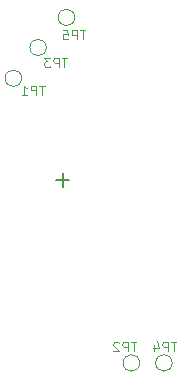
<source format=gbr>
%TF.GenerationSoftware,KiCad,Pcbnew,8.0.1*%
%TF.CreationDate,2024-12-08T15:20:26+09:00*%
%TF.ProjectId,watch,77617463-682e-46b6-9963-61645f706362,rev?*%
%TF.SameCoordinates,Original*%
%TF.FileFunction,Legend,Bot*%
%TF.FilePolarity,Positive*%
%FSLAX46Y46*%
G04 Gerber Fmt 4.6, Leading zero omitted, Abs format (unit mm)*
G04 Created by KiCad (PCBNEW 8.0.1) date 2024-12-08 15:20:26*
%MOMM*%
%LPD*%
G01*
G04 APERTURE LIST*
%ADD10C,0.150000*%
%ADD11C,0.125000*%
%ADD12C,0.120000*%
G04 APERTURE END LIST*
D10*
X82403428Y-90141700D02*
X81260571Y-90141700D01*
X81831999Y-90713128D02*
X81831999Y-89570271D01*
D11*
X83759523Y-77463595D02*
X83302380Y-77463595D01*
X83530952Y-78263595D02*
X83530952Y-77463595D01*
X83035713Y-78263595D02*
X83035713Y-77463595D01*
X83035713Y-77463595D02*
X82730951Y-77463595D01*
X82730951Y-77463595D02*
X82654761Y-77501690D01*
X82654761Y-77501690D02*
X82616666Y-77539785D01*
X82616666Y-77539785D02*
X82578570Y-77615976D01*
X82578570Y-77615976D02*
X82578570Y-77730261D01*
X82578570Y-77730261D02*
X82616666Y-77806452D01*
X82616666Y-77806452D02*
X82654761Y-77844547D01*
X82654761Y-77844547D02*
X82730951Y-77882642D01*
X82730951Y-77882642D02*
X83035713Y-77882642D01*
X81854761Y-77463595D02*
X82235713Y-77463595D01*
X82235713Y-77463595D02*
X82273809Y-77844547D01*
X82273809Y-77844547D02*
X82235713Y-77806452D01*
X82235713Y-77806452D02*
X82159523Y-77768357D01*
X82159523Y-77768357D02*
X81969047Y-77768357D01*
X81969047Y-77768357D02*
X81892856Y-77806452D01*
X81892856Y-77806452D02*
X81854761Y-77844547D01*
X81854761Y-77844547D02*
X81816666Y-77920738D01*
X81816666Y-77920738D02*
X81816666Y-78111214D01*
X81816666Y-78111214D02*
X81854761Y-78187404D01*
X81854761Y-78187404D02*
X81892856Y-78225500D01*
X81892856Y-78225500D02*
X81969047Y-78263595D01*
X81969047Y-78263595D02*
X82159523Y-78263595D01*
X82159523Y-78263595D02*
X82235713Y-78225500D01*
X82235713Y-78225500D02*
X82273809Y-78187404D01*
X91459523Y-103863595D02*
X91002380Y-103863595D01*
X91230952Y-104663595D02*
X91230952Y-103863595D01*
X90735713Y-104663595D02*
X90735713Y-103863595D01*
X90735713Y-103863595D02*
X90430951Y-103863595D01*
X90430951Y-103863595D02*
X90354761Y-103901690D01*
X90354761Y-103901690D02*
X90316666Y-103939785D01*
X90316666Y-103939785D02*
X90278570Y-104015976D01*
X90278570Y-104015976D02*
X90278570Y-104130261D01*
X90278570Y-104130261D02*
X90316666Y-104206452D01*
X90316666Y-104206452D02*
X90354761Y-104244547D01*
X90354761Y-104244547D02*
X90430951Y-104282642D01*
X90430951Y-104282642D02*
X90735713Y-104282642D01*
X89592856Y-104130261D02*
X89592856Y-104663595D01*
X89783332Y-103825500D02*
X89973809Y-104396928D01*
X89973809Y-104396928D02*
X89478570Y-104396928D01*
X80309523Y-82163595D02*
X79852380Y-82163595D01*
X80080952Y-82963595D02*
X80080952Y-82163595D01*
X79585713Y-82963595D02*
X79585713Y-82163595D01*
X79585713Y-82163595D02*
X79280951Y-82163595D01*
X79280951Y-82163595D02*
X79204761Y-82201690D01*
X79204761Y-82201690D02*
X79166666Y-82239785D01*
X79166666Y-82239785D02*
X79128570Y-82315976D01*
X79128570Y-82315976D02*
X79128570Y-82430261D01*
X79128570Y-82430261D02*
X79166666Y-82506452D01*
X79166666Y-82506452D02*
X79204761Y-82544547D01*
X79204761Y-82544547D02*
X79280951Y-82582642D01*
X79280951Y-82582642D02*
X79585713Y-82582642D01*
X78366666Y-82963595D02*
X78823809Y-82963595D01*
X78595237Y-82963595D02*
X78595237Y-82163595D01*
X78595237Y-82163595D02*
X78671428Y-82277880D01*
X78671428Y-82277880D02*
X78747618Y-82354071D01*
X78747618Y-82354071D02*
X78823809Y-82392166D01*
X88059523Y-103863595D02*
X87602380Y-103863595D01*
X87830952Y-104663595D02*
X87830952Y-103863595D01*
X87335713Y-104663595D02*
X87335713Y-103863595D01*
X87335713Y-103863595D02*
X87030951Y-103863595D01*
X87030951Y-103863595D02*
X86954761Y-103901690D01*
X86954761Y-103901690D02*
X86916666Y-103939785D01*
X86916666Y-103939785D02*
X86878570Y-104015976D01*
X86878570Y-104015976D02*
X86878570Y-104130261D01*
X86878570Y-104130261D02*
X86916666Y-104206452D01*
X86916666Y-104206452D02*
X86954761Y-104244547D01*
X86954761Y-104244547D02*
X87030951Y-104282642D01*
X87030951Y-104282642D02*
X87335713Y-104282642D01*
X86573809Y-103939785D02*
X86535713Y-103901690D01*
X86535713Y-103901690D02*
X86459523Y-103863595D01*
X86459523Y-103863595D02*
X86269047Y-103863595D01*
X86269047Y-103863595D02*
X86192856Y-103901690D01*
X86192856Y-103901690D02*
X86154761Y-103939785D01*
X86154761Y-103939785D02*
X86116666Y-104015976D01*
X86116666Y-104015976D02*
X86116666Y-104092166D01*
X86116666Y-104092166D02*
X86154761Y-104206452D01*
X86154761Y-104206452D02*
X86611904Y-104663595D01*
X86611904Y-104663595D02*
X86116666Y-104663595D01*
X82209523Y-79813595D02*
X81752380Y-79813595D01*
X81980952Y-80613595D02*
X81980952Y-79813595D01*
X81485713Y-80613595D02*
X81485713Y-79813595D01*
X81485713Y-79813595D02*
X81180951Y-79813595D01*
X81180951Y-79813595D02*
X81104761Y-79851690D01*
X81104761Y-79851690D02*
X81066666Y-79889785D01*
X81066666Y-79889785D02*
X81028570Y-79965976D01*
X81028570Y-79965976D02*
X81028570Y-80080261D01*
X81028570Y-80080261D02*
X81066666Y-80156452D01*
X81066666Y-80156452D02*
X81104761Y-80194547D01*
X81104761Y-80194547D02*
X81180951Y-80232642D01*
X81180951Y-80232642D02*
X81485713Y-80232642D01*
X80761904Y-79813595D02*
X80266666Y-79813595D01*
X80266666Y-79813595D02*
X80533332Y-80118357D01*
X80533332Y-80118357D02*
X80419047Y-80118357D01*
X80419047Y-80118357D02*
X80342856Y-80156452D01*
X80342856Y-80156452D02*
X80304761Y-80194547D01*
X80304761Y-80194547D02*
X80266666Y-80270738D01*
X80266666Y-80270738D02*
X80266666Y-80461214D01*
X80266666Y-80461214D02*
X80304761Y-80537404D01*
X80304761Y-80537404D02*
X80342856Y-80575500D01*
X80342856Y-80575500D02*
X80419047Y-80613595D01*
X80419047Y-80613595D02*
X80647618Y-80613595D01*
X80647618Y-80613595D02*
X80723809Y-80575500D01*
X80723809Y-80575500D02*
X80761904Y-80537404D01*
D12*
%TO.C,TP5*%
X82850000Y-76400000D02*
G75*
G02*
X81450000Y-76400000I-700000J0D01*
G01*
X81450000Y-76400000D02*
G75*
G02*
X82850000Y-76400000I700000J0D01*
G01*
%TO.C,TP4*%
X91100000Y-105650000D02*
G75*
G02*
X89700000Y-105650000I-700000J0D01*
G01*
X89700000Y-105650000D02*
G75*
G02*
X91100000Y-105650000I700000J0D01*
G01*
%TO.C,TP1*%
X78350000Y-81550000D02*
G75*
G02*
X76950000Y-81550000I-700000J0D01*
G01*
X76950000Y-81550000D02*
G75*
G02*
X78350000Y-81550000I700000J0D01*
G01*
%TO.C,TP2*%
X88350000Y-105650000D02*
G75*
G02*
X86950000Y-105650000I-700000J0D01*
G01*
X86950000Y-105650000D02*
G75*
G02*
X88350000Y-105650000I700000J0D01*
G01*
%TO.C,TP3*%
X80450000Y-78950000D02*
G75*
G02*
X79050000Y-78950000I-700000J0D01*
G01*
X79050000Y-78950000D02*
G75*
G02*
X80450000Y-78950000I700000J0D01*
G01*
%TD*%
M02*

</source>
